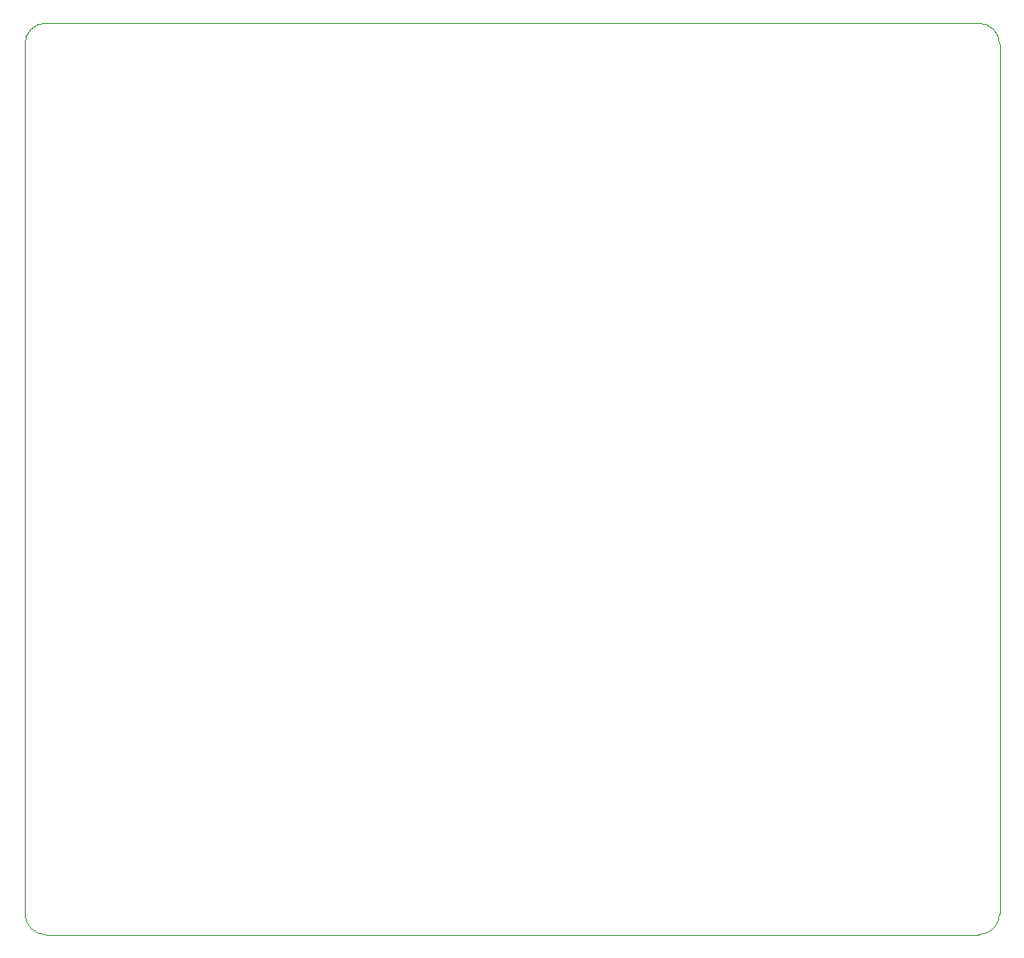
<source format=gko>
G04*
G04 #@! TF.GenerationSoftware,Altium Limited,Altium Designer,19.1.9 (167)*
G04*
G04 Layer_Color=16711935*
%FSLAX42Y42*%
%MOMM*%
G71*
G01*
G75*
%ADD12C,0.10*%
D12*
X8900Y8150D02*
G03*
X8700Y8350I-200J0D01*
G01*
Y-350D02*
G03*
X8900Y-150I0J200D01*
G01*
X-400D02*
G03*
X-200Y-350I200J0D01*
G01*
X-200Y8350D02*
G03*
X-400Y8150I0J-200D01*
G01*
X8900D02*
X8900Y-150D01*
X-200Y8350D02*
X8700Y8350D01*
X-200Y-350D02*
X8700Y-350D01*
X-400Y-150D02*
X-400Y8150D01*
M02*

</source>
